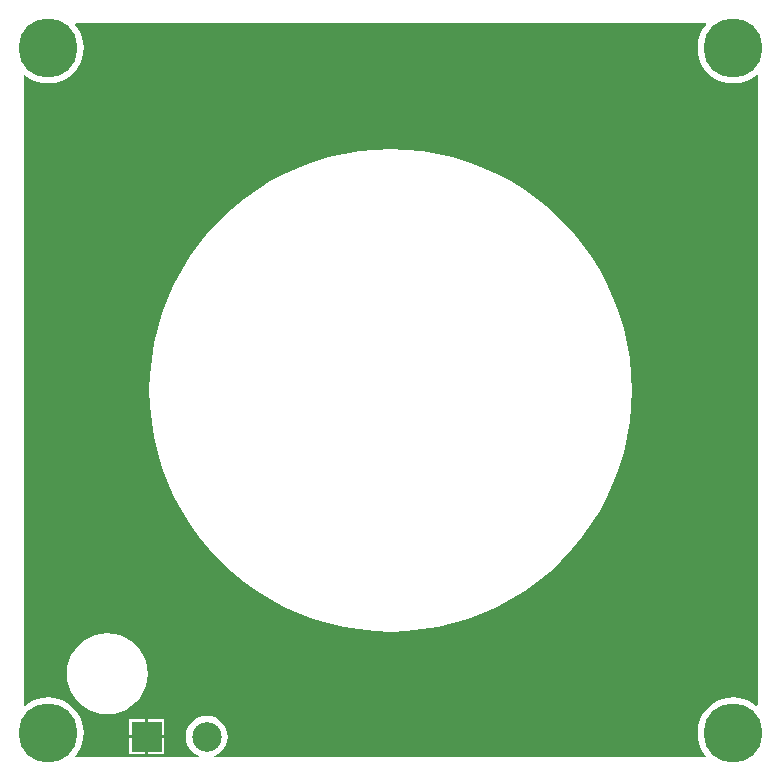
<source format=gbl>
G04*
G04 #@! TF.GenerationSoftware,Altium Limited,Altium Designer,18.1.6 (161)*
G04*
G04 Layer_Physical_Order=2*
G04 Layer_Color=16711680*
%FSTAX25Y25*%
%MOIN*%
G70*
G01*
G75*
%ADD75C,0.19685*%
%ADD76C,0.09843*%
%ADD77R,0.09843X0.09843*%
G36*
X0231229Y0247934D02*
X0230572Y0247165D01*
X0229598Y0245575D01*
X0228885Y0243853D01*
X022845Y0242041D01*
X0228303Y0240182D01*
X022845Y0238324D01*
X0228885Y0236512D01*
X0229598Y0234789D01*
X0230572Y02332D01*
X0231783Y0231783D01*
X02332Y0230572D01*
X0234789Y0229598D01*
X0236512Y0228885D01*
X0238324Y022845D01*
X0240182Y0228303D01*
X0242041Y022845D01*
X0243853Y0228885D01*
X0245575Y0229598D01*
X0247165Y0230572D01*
X0247934Y0231229D01*
X0248388Y0231019D01*
Y0020999D01*
X0247934Y002079D01*
X0247165Y0021446D01*
X0245575Y002242D01*
X0243853Y0023134D01*
X0242041Y0023569D01*
X0240182Y0023715D01*
X0238324Y0023569D01*
X0236512Y0023134D01*
X0234789Y002242D01*
X02332Y0021446D01*
X0231783Y0020236D01*
X0230572Y0018818D01*
X0229598Y0017229D01*
X0228885Y0015507D01*
X022845Y0013694D01*
X0228303Y0011836D01*
X022845Y0009978D01*
X0228885Y0008165D01*
X0229598Y0006443D01*
X0230572Y0004854D01*
X0231229Y0004085D01*
X0231019Y0003631D01*
X0067227D01*
X0067153Y0004131D01*
X0067339Y0004187D01*
X0068541Y000483D01*
X0069595Y0005695D01*
X007046Y0006748D01*
X0071102Y0007951D01*
X0071498Y0009256D01*
X0071632Y0010612D01*
X0071498Y0011969D01*
X0071102Y0013274D01*
X007046Y0014476D01*
X0069595Y001553D01*
X0068541Y0016395D01*
X0067339Y0017038D01*
X0066034Y0017434D01*
X0064677Y0017567D01*
X006332Y0017434D01*
X0062015Y0017038D01*
X0060813Y0016395D01*
X0059759Y001553D01*
X0058894Y0014476D01*
X0058252Y0013274D01*
X0057856Y0011969D01*
X0057722Y0010612D01*
X0057856Y0009256D01*
X0058252Y0007951D01*
X0058894Y0006748D01*
X0059759Y0005695D01*
X0060813Y000483D01*
X0062015Y0004187D01*
X0062201Y0004131D01*
X0062127Y0003631D01*
X0020999D01*
X002079Y0004085D01*
X0021446Y0004854D01*
X002242Y0006443D01*
X0023134Y0008165D01*
X0023569Y0009978D01*
X0023715Y0011836D01*
X0023569Y0013694D01*
X0023134Y0015507D01*
X002242Y0017229D01*
X0021446Y0018818D01*
X0020236Y0020236D01*
X0018818Y0021446D01*
X0017229Y002242D01*
X0015507Y0023134D01*
X0013694Y0023569D01*
X0011836Y0023715D01*
X0009978Y0023569D01*
X0008165Y0023134D01*
X0006443Y002242D01*
X0004854Y0021446D01*
X0004085Y002079D01*
X0003631Y0020999D01*
Y0231019D01*
X0004085Y0231229D01*
X0004854Y0230572D01*
X0006443Y0229598D01*
X0008165Y0228885D01*
X0009978Y022845D01*
X0011836Y0228303D01*
X0013694Y022845D01*
X0015507Y0228885D01*
X0017229Y0229598D01*
X0018818Y0230572D01*
X0020236Y0231783D01*
X0021446Y02332D01*
X002242Y0234789D01*
X0023134Y0236512D01*
X0023569Y0238324D01*
X0023715Y0240182D01*
X0023569Y0242041D01*
X0023134Y0243853D01*
X002242Y0245575D01*
X0021446Y0247165D01*
X002079Y0247934D01*
X0020999Y0248388D01*
X0231019D01*
X0231229Y0247934D01*
D02*
G37*
%LPC*%
G36*
X0126009Y0206399D02*
X0120752Y0206227D01*
X0115516Y0205711D01*
X0110326Y0204854D01*
X0105203Y020366D01*
X0100169Y0202133D01*
X0095245Y0200279D01*
X0090454Y0198108D01*
X0085814Y0195629D01*
X0081347Y0192851D01*
X0077071Y0189787D01*
X0073005Y0186449D01*
X0069165Y0182853D01*
X0065569Y0179014D01*
X0062232Y0174947D01*
X0059168Y0170671D01*
X005639Y0166204D01*
X005391Y0161565D01*
X0051739Y0156773D01*
X0049886Y015185D01*
X0048359Y0146816D01*
X0047164Y0141692D01*
X0046308Y0136502D01*
X0045792Y0131267D01*
X004562Y0126009D01*
X0045792Y0120752D01*
X0046308Y0115516D01*
X0047164Y0110326D01*
X0048359Y0105203D01*
X0049886Y0100169D01*
X0051739Y0095245D01*
X005391Y0090454D01*
X005639Y0085814D01*
X0059168Y0081347D01*
X0062232Y0077071D01*
X0065569Y0073005D01*
X0069165Y0069165D01*
X0073005Y0065569D01*
X0077071Y0062232D01*
X0081347Y0059168D01*
X0085814Y005639D01*
X0090454Y005391D01*
X0095245Y0051739D01*
X0100169Y0049886D01*
X0105203Y0048359D01*
X0110326Y0047164D01*
X0115516Y0046308D01*
X0120752Y0045792D01*
X0126009Y004562D01*
X0131267Y0045792D01*
X0136502Y0046308D01*
X0141692Y0047164D01*
X0146816Y0048359D01*
X015185Y0049886D01*
X0156773Y0051739D01*
X0161565Y005391D01*
X0166204Y005639D01*
X0170671Y0059168D01*
X0174947Y0062232D01*
X0179014Y0065569D01*
X0182853Y0069165D01*
X0186449Y0073005D01*
X0189787Y0077071D01*
X0192851Y0081347D01*
X0195629Y0085814D01*
X0198108Y0090454D01*
X0200279Y0095245D01*
X0202133Y0100169D01*
X020366Y0105203D01*
X0204854Y0110326D01*
X0205711Y0115516D01*
X0206227Y0120752D01*
X0206399Y0126009D01*
X0206227Y0131267D01*
X0205711Y0136502D01*
X0204854Y0141692D01*
X020366Y0146816D01*
X0202133Y015185D01*
X0200279Y0156773D01*
X0198108Y0161565D01*
X0195629Y0166204D01*
X0192851Y0170671D01*
X0189787Y0174947D01*
X0186449Y0179014D01*
X0182853Y0182853D01*
X0179014Y0186449D01*
X0174947Y0189787D01*
X0170671Y0192851D01*
X0166204Y0195629D01*
X0161565Y0198108D01*
X0156773Y0200279D01*
X015185Y0202133D01*
X0146816Y020366D01*
X0141692Y0204854D01*
X0136502Y0205711D01*
X0131267Y0206227D01*
X0126009Y0206399D01*
D02*
G37*
G36*
X0031521Y004498D02*
X0029416Y0044814D01*
X0027362Y0044321D01*
X0025411Y0043513D01*
X002361Y004241D01*
X0022004Y0041038D01*
X0020633Y0039432D01*
X0019529Y0037631D01*
X0018721Y003568D01*
X0018228Y0033626D01*
X0018062Y0031521D01*
X0018228Y0029416D01*
X0018721Y0027362D01*
X0019529Y0025411D01*
X0020633Y002361D01*
X0022004Y0022004D01*
X002361Y0020633D01*
X0025411Y0019529D01*
X0027362Y0018721D01*
X0029416Y0018228D01*
X0031521Y0018062D01*
X0033626Y0018228D01*
X003568Y0018721D01*
X0037631Y0019529D01*
X0039432Y0020633D01*
X0041038Y0022004D01*
X004241Y002361D01*
X0043513Y0025411D01*
X0044321Y0027362D01*
X0044814Y0029416D01*
X004498Y0031521D01*
X0044814Y0033626D01*
X0044321Y003568D01*
X0043513Y0037631D01*
X004241Y0039432D01*
X0041038Y0041038D01*
X0039432Y004241D01*
X0037631Y0043513D01*
X003568Y0044321D01*
X0033626Y0044814D01*
X0031521Y004498D01*
D02*
G37*
G36*
X0050598Y0016534D02*
X0045177D01*
Y0011112D01*
X0050598D01*
Y0016534D01*
D02*
G37*
G36*
X0044177D02*
X0038756D01*
Y0011112D01*
X0044177D01*
Y0016534D01*
D02*
G37*
G36*
X0050598Y0010112D02*
X0045177D01*
Y0004691D01*
X0050598D01*
Y0010112D01*
D02*
G37*
G36*
X0044177D02*
X0038756D01*
Y0004691D01*
X0044177D01*
Y0010112D01*
D02*
G37*
%LPD*%
D75*
X0011836Y0240182D02*
D03*
X0240182D02*
D03*
Y0011836D02*
D03*
X0011836D02*
D03*
D76*
X0064677Y0010612D02*
D03*
D77*
X0044677D02*
D03*
M02*

</source>
